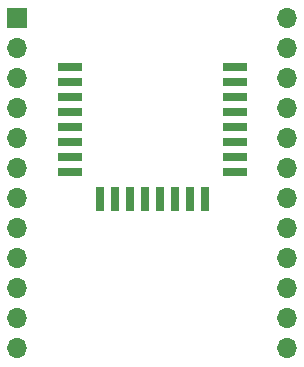
<source format=gbr>
%TF.GenerationSoftware,KiCad,Pcbnew,(5.1.9)-1*%
%TF.CreationDate,2021-12-13T23:40:31+01:00*%
%TF.ProjectId,e18sock,65313873-6f63-46b2-9e6b-696361645f70,rev?*%
%TF.SameCoordinates,Original*%
%TF.FileFunction,Soldermask,Top*%
%TF.FilePolarity,Negative*%
%FSLAX46Y46*%
G04 Gerber Fmt 4.6, Leading zero omitted, Abs format (unit mm)*
G04 Created by KiCad (PCBNEW (5.1.9)-1) date 2021-12-13 23:40:31*
%MOMM*%
%LPD*%
G01*
G04 APERTURE LIST*
%ADD10O,1.700000X1.700000*%
%ADD11R,2.000000X0.800000*%
%ADD12R,0.800000X2.000000*%
%ADD13R,1.700000X1.700000*%
G04 APERTURE END LIST*
D10*
%TO.C, *%
X139700000Y-35560000D03*
X139700000Y-38100000D03*
X139700000Y-40640000D03*
X139700000Y-43180000D03*
X139700000Y-45720000D03*
X139700000Y-48260000D03*
X139700000Y-50800000D03*
X139700000Y-53340000D03*
X139700000Y-55880000D03*
X139700000Y-58420000D03*
X139700000Y-60960000D03*
X139700000Y-63500000D03*
%TD*%
D11*
%TO.C,E-18-MS1-PCB*%
X121270000Y-48610000D03*
X121270000Y-47340000D03*
X121270000Y-46070000D03*
X121270000Y-44800000D03*
X121270000Y-43530000D03*
X121270000Y-42260000D03*
X121270000Y-40990000D03*
X121270000Y-39720000D03*
D12*
X132700000Y-50870000D03*
X131430000Y-50870000D03*
X130160000Y-50870000D03*
X128890000Y-50870000D03*
X127620000Y-50870000D03*
X126350000Y-50870000D03*
X125080000Y-50870000D03*
X123810000Y-50870000D03*
D11*
X135270000Y-39720000D03*
X135270000Y-40990000D03*
X135270000Y-42260000D03*
X135270000Y-43530000D03*
X135270000Y-44800000D03*
X135270000Y-46070000D03*
X135270000Y-47340000D03*
X135270000Y-48610000D03*
%TD*%
D13*
%TO.C, *%
X116840000Y-35560000D03*
D10*
X116840000Y-38100000D03*
X116840000Y-40640000D03*
X116840000Y-43180000D03*
X116840000Y-45720000D03*
X116840000Y-48260000D03*
X116840000Y-50800000D03*
X116840000Y-53340000D03*
X116840000Y-55880000D03*
X116840000Y-58420000D03*
X116840000Y-60960000D03*
X116840000Y-63500000D03*
%TD*%
M02*

</source>
